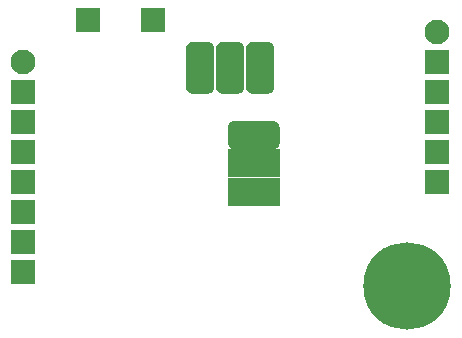
<source format=gbr>
G04 #@! TF.GenerationSoftware,KiCad,Pcbnew,(5.0.0)*
G04 #@! TF.CreationDate,2019-01-30T09:07:07+03:00*
G04 #@! TF.ProjectId,module,6D6F64756C652E6B696361645F706362,rev?*
G04 #@! TF.SameCoordinates,Original*
G04 #@! TF.FileFunction,Soldermask,Bot*
G04 #@! TF.FilePolarity,Negative*
%FSLAX46Y46*%
G04 Gerber Fmt 4.6, Leading zero omitted, Abs format (unit mm)*
G04 Created by KiCad (PCBNEW (5.0.0)) date 01/30/19 09:07:07*
%MOMM*%
%LPD*%
G01*
G04 APERTURE LIST*
%ADD10C,2.100000*%
%ADD11R,2.100000X2.100000*%
%ADD12C,7.400000*%
%ADD13C,0.100000*%
%ADD14C,2.400000*%
%ADD15R,4.400000X2.400000*%
G04 APERTURE END LIST*
D10*
G04 #@! TO.C,XP1*
X199500000Y-76000000D03*
D11*
X199500000Y-78540000D03*
X199500000Y-81080000D03*
X199500000Y-83620000D03*
X199500000Y-86160000D03*
X199500000Y-88700000D03*
X199500000Y-91240000D03*
X199500000Y-93780000D03*
G04 #@! TD*
D10*
G04 #@! TO.C,XP2*
X234500000Y-73500000D03*
D11*
X234500000Y-76040000D03*
X234500000Y-78580000D03*
X234500000Y-81120000D03*
X234500000Y-83660000D03*
X234500000Y-86200000D03*
G04 #@! TD*
G04 #@! TO.C,FU1*
X210500000Y-72500000D03*
X205000000Y-72500000D03*
G04 #@! TD*
D12*
G04 #@! TO.C,rM3*
X232000000Y-95000000D03*
G04 #@! TD*
D13*
G04 #@! TO.C,VT3*
G36*
X215118810Y-74302889D02*
X215177054Y-74311529D01*
X215234171Y-74325836D01*
X215289610Y-74345672D01*
X215342838Y-74370847D01*
X215393342Y-74401118D01*
X215440636Y-74436194D01*
X215484264Y-74475736D01*
X215523806Y-74519364D01*
X215558882Y-74566658D01*
X215589153Y-74617162D01*
X215614328Y-74670390D01*
X215634164Y-74725829D01*
X215648471Y-74782946D01*
X215657111Y-74841190D01*
X215660000Y-74900000D01*
X215660000Y-78100000D01*
X215657111Y-78158810D01*
X215648471Y-78217054D01*
X215634164Y-78274171D01*
X215614328Y-78329610D01*
X215589153Y-78382838D01*
X215558882Y-78433342D01*
X215523806Y-78480636D01*
X215484264Y-78524264D01*
X215440636Y-78563806D01*
X215393342Y-78598882D01*
X215342838Y-78629153D01*
X215289610Y-78654328D01*
X215234171Y-78674164D01*
X215177054Y-78688471D01*
X215118810Y-78697111D01*
X215060000Y-78700000D01*
X213860000Y-78700000D01*
X213801190Y-78697111D01*
X213742946Y-78688471D01*
X213685829Y-78674164D01*
X213630390Y-78654328D01*
X213577162Y-78629153D01*
X213526658Y-78598882D01*
X213479364Y-78563806D01*
X213435736Y-78524264D01*
X213396194Y-78480636D01*
X213361118Y-78433342D01*
X213330847Y-78382838D01*
X213305672Y-78329610D01*
X213285836Y-78274171D01*
X213271529Y-78217054D01*
X213262889Y-78158810D01*
X213260000Y-78100000D01*
X213260000Y-74900000D01*
X213262889Y-74841190D01*
X213271529Y-74782946D01*
X213285836Y-74725829D01*
X213305672Y-74670390D01*
X213330847Y-74617162D01*
X213361118Y-74566658D01*
X213396194Y-74519364D01*
X213435736Y-74475736D01*
X213479364Y-74436194D01*
X213526658Y-74401118D01*
X213577162Y-74370847D01*
X213630390Y-74345672D01*
X213685829Y-74325836D01*
X213742946Y-74311529D01*
X213801190Y-74302889D01*
X213860000Y-74300000D01*
X215060000Y-74300000D01*
X215118810Y-74302889D01*
X215118810Y-74302889D01*
G37*
D14*
X214460000Y-76500000D03*
D13*
G36*
X217658810Y-74302889D02*
X217717054Y-74311529D01*
X217774171Y-74325836D01*
X217829610Y-74345672D01*
X217882838Y-74370847D01*
X217933342Y-74401118D01*
X217980636Y-74436194D01*
X218024264Y-74475736D01*
X218063806Y-74519364D01*
X218098882Y-74566658D01*
X218129153Y-74617162D01*
X218154328Y-74670390D01*
X218174164Y-74725829D01*
X218188471Y-74782946D01*
X218197111Y-74841190D01*
X218200000Y-74900000D01*
X218200000Y-78100000D01*
X218197111Y-78158810D01*
X218188471Y-78217054D01*
X218174164Y-78274171D01*
X218154328Y-78329610D01*
X218129153Y-78382838D01*
X218098882Y-78433342D01*
X218063806Y-78480636D01*
X218024264Y-78524264D01*
X217980636Y-78563806D01*
X217933342Y-78598882D01*
X217882838Y-78629153D01*
X217829610Y-78654328D01*
X217774171Y-78674164D01*
X217717054Y-78688471D01*
X217658810Y-78697111D01*
X217600000Y-78700000D01*
X216400000Y-78700000D01*
X216341190Y-78697111D01*
X216282946Y-78688471D01*
X216225829Y-78674164D01*
X216170390Y-78654328D01*
X216117162Y-78629153D01*
X216066658Y-78598882D01*
X216019364Y-78563806D01*
X215975736Y-78524264D01*
X215936194Y-78480636D01*
X215901118Y-78433342D01*
X215870847Y-78382838D01*
X215845672Y-78329610D01*
X215825836Y-78274171D01*
X215811529Y-78217054D01*
X215802889Y-78158810D01*
X215800000Y-78100000D01*
X215800000Y-74900000D01*
X215802889Y-74841190D01*
X215811529Y-74782946D01*
X215825836Y-74725829D01*
X215845672Y-74670390D01*
X215870847Y-74617162D01*
X215901118Y-74566658D01*
X215936194Y-74519364D01*
X215975736Y-74475736D01*
X216019364Y-74436194D01*
X216066658Y-74401118D01*
X216117162Y-74370847D01*
X216170390Y-74345672D01*
X216225829Y-74325836D01*
X216282946Y-74311529D01*
X216341190Y-74302889D01*
X216400000Y-74300000D01*
X217600000Y-74300000D01*
X217658810Y-74302889D01*
X217658810Y-74302889D01*
G37*
D14*
X217000000Y-76500000D03*
D13*
G36*
X220198810Y-74302889D02*
X220257054Y-74311529D01*
X220314171Y-74325836D01*
X220369610Y-74345672D01*
X220422838Y-74370847D01*
X220473342Y-74401118D01*
X220520636Y-74436194D01*
X220564264Y-74475736D01*
X220603806Y-74519364D01*
X220638882Y-74566658D01*
X220669153Y-74617162D01*
X220694328Y-74670390D01*
X220714164Y-74725829D01*
X220728471Y-74782946D01*
X220737111Y-74841190D01*
X220740000Y-74900000D01*
X220740000Y-78100000D01*
X220737111Y-78158810D01*
X220728471Y-78217054D01*
X220714164Y-78274171D01*
X220694328Y-78329610D01*
X220669153Y-78382838D01*
X220638882Y-78433342D01*
X220603806Y-78480636D01*
X220564264Y-78524264D01*
X220520636Y-78563806D01*
X220473342Y-78598882D01*
X220422838Y-78629153D01*
X220369610Y-78654328D01*
X220314171Y-78674164D01*
X220257054Y-78688471D01*
X220198810Y-78697111D01*
X220140000Y-78700000D01*
X218940000Y-78700000D01*
X218881190Y-78697111D01*
X218822946Y-78688471D01*
X218765829Y-78674164D01*
X218710390Y-78654328D01*
X218657162Y-78629153D01*
X218606658Y-78598882D01*
X218559364Y-78563806D01*
X218515736Y-78524264D01*
X218476194Y-78480636D01*
X218441118Y-78433342D01*
X218410847Y-78382838D01*
X218385672Y-78329610D01*
X218365836Y-78274171D01*
X218351529Y-78217054D01*
X218342889Y-78158810D01*
X218340000Y-78100000D01*
X218340000Y-74900000D01*
X218342889Y-74841190D01*
X218351529Y-74782946D01*
X218365836Y-74725829D01*
X218385672Y-74670390D01*
X218410847Y-74617162D01*
X218441118Y-74566658D01*
X218476194Y-74519364D01*
X218515736Y-74475736D01*
X218559364Y-74436194D01*
X218606658Y-74401118D01*
X218657162Y-74370847D01*
X218710390Y-74345672D01*
X218765829Y-74325836D01*
X218822946Y-74311529D01*
X218881190Y-74302889D01*
X218940000Y-74300000D01*
X220140000Y-74300000D01*
X220198810Y-74302889D01*
X220198810Y-74302889D01*
G37*
D14*
X219540000Y-76500000D03*
G04 #@! TD*
D13*
G04 #@! TO.C,VT4*
G36*
X220658810Y-81002889D02*
X220717054Y-81011529D01*
X220774171Y-81025836D01*
X220829610Y-81045672D01*
X220882838Y-81070847D01*
X220933342Y-81101118D01*
X220980636Y-81136194D01*
X221024264Y-81175736D01*
X221063806Y-81219364D01*
X221098882Y-81266658D01*
X221129153Y-81317162D01*
X221154328Y-81370390D01*
X221174164Y-81425829D01*
X221188471Y-81482946D01*
X221197111Y-81541190D01*
X221200000Y-81600000D01*
X221200000Y-82800000D01*
X221197111Y-82858810D01*
X221188471Y-82917054D01*
X221174164Y-82974171D01*
X221154328Y-83029610D01*
X221129153Y-83082838D01*
X221098882Y-83133342D01*
X221063806Y-83180636D01*
X221024264Y-83224264D01*
X220980636Y-83263806D01*
X220933342Y-83298882D01*
X220882838Y-83329153D01*
X220829610Y-83354328D01*
X220774171Y-83374164D01*
X220717054Y-83388471D01*
X220658810Y-83397111D01*
X220600000Y-83400000D01*
X217400000Y-83400000D01*
X217341190Y-83397111D01*
X217282946Y-83388471D01*
X217225829Y-83374164D01*
X217170390Y-83354328D01*
X217117162Y-83329153D01*
X217066658Y-83298882D01*
X217019364Y-83263806D01*
X216975736Y-83224264D01*
X216936194Y-83180636D01*
X216901118Y-83133342D01*
X216870847Y-83082838D01*
X216845672Y-83029610D01*
X216825836Y-82974171D01*
X216811529Y-82917054D01*
X216802889Y-82858810D01*
X216800000Y-82800000D01*
X216800000Y-81600000D01*
X216802889Y-81541190D01*
X216811529Y-81482946D01*
X216825836Y-81425829D01*
X216845672Y-81370390D01*
X216870847Y-81317162D01*
X216901118Y-81266658D01*
X216936194Y-81219364D01*
X216975736Y-81175736D01*
X217019364Y-81136194D01*
X217066658Y-81101118D01*
X217117162Y-81070847D01*
X217170390Y-81045672D01*
X217225829Y-81025836D01*
X217282946Y-81011529D01*
X217341190Y-81002889D01*
X217400000Y-81000000D01*
X220600000Y-81000000D01*
X220658810Y-81002889D01*
X220658810Y-81002889D01*
G37*
D14*
X219000000Y-82200000D03*
D15*
X219000000Y-84600000D03*
X219000000Y-87000000D03*
G04 #@! TD*
M02*

</source>
